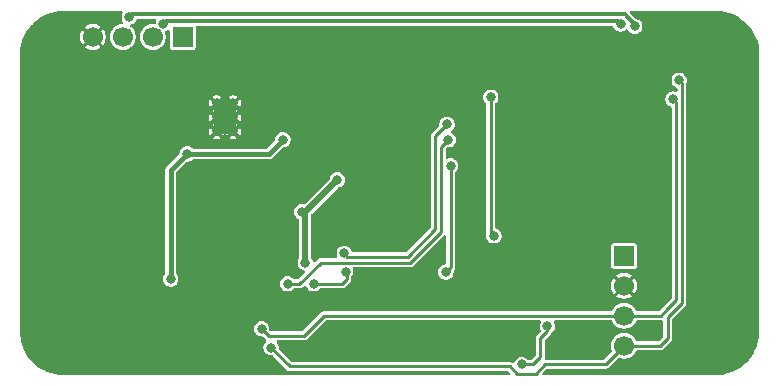
<source format=gbr>
%TF.GenerationSoftware,KiCad,Pcbnew,9.0.6-9.0.6~ubuntu22.04.1*%
%TF.CreationDate,2026-01-04T01:52:07+05:30*%
%TF.ProjectId,WLM_NODE1,574c4d5f-4e4f-4444-9531-2e6b69636164,rev?*%
%TF.SameCoordinates,Original*%
%TF.FileFunction,Copper,L2,Bot*%
%TF.FilePolarity,Positive*%
%FSLAX46Y46*%
G04 Gerber Fmt 4.6, Leading zero omitted, Abs format (unit mm)*
G04 Created by KiCad (PCBNEW 9.0.6-9.0.6~ubuntu22.04.1) date 2026-01-04 01:52:07*
%MOMM*%
%LPD*%
G01*
G04 APERTURE LIST*
%TA.AperFunction,ComponentPad*%
%ADD10C,0.800000*%
%TD*%
%TA.AperFunction,ComponentPad*%
%ADD11C,6.400000*%
%TD*%
%TA.AperFunction,HeatsinkPad*%
%ADD12C,0.800000*%
%TD*%
%TA.AperFunction,HeatsinkPad*%
%ADD13R,1.900000X2.900000*%
%TD*%
%TA.AperFunction,ComponentPad*%
%ADD14R,1.700000X1.700000*%
%TD*%
%TA.AperFunction,ComponentPad*%
%ADD15C,1.700000*%
%TD*%
%TA.AperFunction,ViaPad*%
%ADD16C,0.800000*%
%TD*%
%TA.AperFunction,Conductor*%
%ADD17C,0.300000*%
%TD*%
%TA.AperFunction,Conductor*%
%ADD18C,0.400000*%
%TD*%
%TA.AperFunction,Conductor*%
%ADD19C,0.250000*%
%TD*%
%TA.AperFunction,Conductor*%
%ADD20C,0.500000*%
%TD*%
G04 APERTURE END LIST*
D10*
%TO.P,H2,1,1*%
%TO.N,GND*%
X115400000Y-70700000D03*
X116102944Y-69002944D03*
X116102944Y-72397056D03*
X117800000Y-68300000D03*
D11*
X117800000Y-70700000D03*
D10*
X117800000Y-73100000D03*
X119497056Y-69002944D03*
X119497056Y-72397056D03*
X120200000Y-70700000D03*
%TD*%
D12*
%TO.P,U2,9,EPAD*%
%TO.N,GND*%
X130800000Y-64800000D03*
X130800000Y-66000000D03*
X130800000Y-67200000D03*
D13*
X131500000Y-66000000D03*
D12*
X132200000Y-64800000D03*
X132200000Y-66000000D03*
X132200000Y-67200000D03*
%TD*%
D10*
%TO.P,H1,1,1*%
%TO.N,GND*%
X170700000Y-84200000D03*
X171402944Y-82502944D03*
X171402944Y-85897056D03*
X173100000Y-81800000D03*
D11*
X173100000Y-84200000D03*
D10*
X173100000Y-86600000D03*
X174797056Y-82502944D03*
X174797056Y-85897056D03*
X175500000Y-84200000D03*
%TD*%
D14*
%TO.P,J5,1,Pin_1*%
%TO.N,/3.3V*%
X127920000Y-59200000D03*
D15*
%TO.P,J5,2,Pin_2*%
%TO.N,/TX*%
X125380000Y-59200000D03*
%TO.P,J5,3,Pin_3*%
%TO.N,/RX*%
X122840000Y-59200000D03*
%TO.P,J5,4,Pin_4*%
%TO.N,GND*%
X120300000Y-59200000D03*
%TD*%
D14*
%TO.P,J3,1,Pin_1*%
%TO.N,/3.3V*%
X165300000Y-77730000D03*
D15*
%TO.P,J3,2,Pin_2*%
%TO.N,GND*%
X165300000Y-80270000D03*
%TO.P,J3,3,Pin_3*%
%TO.N,/D1{slash}SDA*%
X165300000Y-82810000D03*
%TO.P,J3,4,Pin_4*%
%TO.N,/D2{slash}SCL*%
X165300000Y-85350000D03*
%TD*%
D10*
%TO.P,H3,1,1*%
%TO.N,GND*%
X170702944Y-60647056D03*
X171405888Y-58950000D03*
X171405888Y-62344112D03*
X173102944Y-58247056D03*
D11*
X173102944Y-60647056D03*
D10*
X173102944Y-63047056D03*
X174800000Y-58950000D03*
X174800000Y-62344112D03*
X175502944Y-60647056D03*
%TD*%
D16*
%TO.N,/SOLAR_PANNEL*%
X128300000Y-69100000D03*
X126900000Y-79700000D03*
X136400000Y-67900000D03*
%TO.N,GND*%
X137200000Y-85350000D03*
X163000000Y-84350000D03*
X136100000Y-65200000D03*
X139077298Y-84977298D03*
%TO.N,/BAT*%
X138000000Y-74000000D03*
X138300000Y-78300000D03*
X141000000Y-71300000D03*
%TO.N,/D2{slash}SCL*%
X169959559Y-62870038D03*
X135400000Y-85500000D03*
%TO.N,/D3{slash}TRIG*%
X150400000Y-67900000D03*
X136800000Y-80100000D03*
%TO.N,/D1{slash}SDA*%
X134600000Y-83900000D03*
X169425001Y-64462131D03*
%TO.N,/D4*%
X141706370Y-79074999D03*
X150300000Y-66600000D03*
X139000000Y-80100000D03*
X141600000Y-77525000D03*
%TO.N,/IN1{slash}ECHO*%
X158800000Y-83700000D03*
X156636198Y-86930186D03*
X154263603Y-76036397D03*
X154000000Y-64300000D03*
%TO.N,/TX*%
X126290000Y-58093975D03*
X165005025Y-58094975D03*
%TO.N,/RX*%
X123400000Y-57504745D03*
X166200000Y-58300000D03*
%TO.N,/MOS*%
X150200000Y-79100000D03*
X150600000Y-70100000D03*
%TO.N,GND*%
X141000000Y-72900000D03*
X145400000Y-73100000D03*
%TD*%
D17*
%TO.N,/TX*%
X126290000Y-58093975D02*
X126539000Y-57844975D01*
X126539000Y-57844975D02*
X164755025Y-57844975D01*
X164755025Y-57844975D02*
X165005025Y-58094975D01*
X126321433Y-58125408D02*
X126419998Y-58125408D01*
X126290000Y-58093975D02*
X126321433Y-58125408D01*
X126419998Y-58125408D02*
X126596406Y-57949000D01*
%TO.N,/RX*%
X123400000Y-57504745D02*
X123610770Y-57293975D01*
X123610770Y-57293975D02*
X165336811Y-57293975D01*
X165336811Y-57293975D02*
X166200000Y-58157164D01*
X166200000Y-58157164D02*
X166200000Y-58300000D01*
D18*
%TO.N,/SOLAR_PANNEL*%
X128300000Y-69100000D02*
X126900000Y-70500000D01*
X135200000Y-69100000D02*
X136400000Y-67900000D01*
X126900000Y-70500000D02*
X126900000Y-79700000D01*
X128300000Y-69100000D02*
X135200000Y-69100000D01*
D19*
%TO.N,GND*%
X139077298Y-84977298D02*
X138201591Y-85853005D01*
X138201591Y-85853005D02*
X137653004Y-85853005D01*
X137200000Y-85350000D02*
X137200000Y-85400001D01*
X137200000Y-85400001D02*
X137653004Y-85853005D01*
D20*
%TO.N,/BAT*%
X138300000Y-74300000D02*
X138000000Y-74000000D01*
X138300000Y-75500000D02*
X138300000Y-74300000D01*
X138300000Y-74000000D02*
X141000000Y-71300000D01*
X138300000Y-78300000D02*
X138300000Y-75500000D01*
X138300000Y-75500000D02*
X138300000Y-74000000D01*
D19*
%TO.N,/D2{slash}SCL*%
X135400000Y-85500000D02*
X137000000Y-87100000D01*
X170200000Y-63110479D02*
X170200000Y-81700000D01*
X168350000Y-85350000D02*
X165300000Y-85350000D01*
X170200000Y-81700000D02*
X169000000Y-82900000D01*
X155600000Y-87100000D02*
X156206186Y-87706186D01*
X158600000Y-86900000D02*
X163750000Y-86900000D01*
X169959559Y-62870038D02*
X170200000Y-63110479D01*
X137000000Y-87100000D02*
X155600000Y-87100000D01*
X157793814Y-87706186D02*
X158600000Y-86900000D01*
X169000000Y-82900000D02*
X169000000Y-84700000D01*
X163750000Y-86900000D02*
X165300000Y-85350000D01*
X169000000Y-84700000D02*
X168350000Y-85350000D01*
X156206186Y-87706186D02*
X157793814Y-87706186D01*
%TO.N,/D3{slash}TRIG*%
X139600000Y-78300000D02*
X137800000Y-80100000D01*
X150400000Y-67900000D02*
X149800000Y-68500000D01*
X147200000Y-78300000D02*
X139600000Y-78300000D01*
X149800000Y-75700000D02*
X147200000Y-78300000D01*
X137800000Y-80100000D02*
X136800000Y-80100000D01*
X149800000Y-68500000D02*
X149800000Y-75700000D01*
%TO.N,/D1{slash}SDA*%
X169699000Y-81492480D02*
X169699000Y-80900000D01*
X135200000Y-84500000D02*
X138200000Y-84500000D01*
X134600000Y-83900000D02*
X135200000Y-84500000D01*
X168381479Y-82810000D02*
X168945740Y-82245740D01*
X139890000Y-82810000D02*
X165300000Y-82810000D01*
X168945740Y-82245740D02*
X169699000Y-81492480D01*
X138200000Y-84500000D02*
X139890000Y-82810000D01*
X169699000Y-80900000D02*
X169699000Y-64736130D01*
X165300000Y-82810000D02*
X168381479Y-82810000D01*
X169699000Y-64736130D02*
X169425001Y-64462131D01*
%TO.N,/D4*%
X141200000Y-80100000D02*
X139000000Y-80100000D01*
X146992480Y-77799000D02*
X149299000Y-75492480D01*
X141706370Y-79074999D02*
X141800000Y-79168629D01*
X141400000Y-80100000D02*
X141200000Y-80100000D01*
X141800000Y-79700000D02*
X141400000Y-80100000D01*
X149299000Y-67601000D02*
X150300000Y-66600000D01*
X141874000Y-77799000D02*
X146992480Y-77799000D01*
X141800000Y-79168629D02*
X141800000Y-79700000D01*
X141600000Y-77525000D02*
X141874000Y-77799000D01*
X149299000Y-75492480D02*
X149299000Y-67601000D01*
%TO.N,/IN1{slash}ECHO*%
X154000000Y-75772794D02*
X154263603Y-76036397D01*
X157569814Y-86930186D02*
X158200000Y-86300000D01*
X156636198Y-86930186D02*
X157569814Y-86930186D01*
X158800000Y-84100000D02*
X158800000Y-83700000D01*
X158200000Y-86300000D02*
X158200000Y-84700000D01*
X154000000Y-64300000D02*
X154000000Y-75772794D01*
X158200000Y-84700000D02*
X158800000Y-84100000D01*
%TO.N,/MOS*%
X150600000Y-70100000D02*
X150600000Y-78700000D01*
X150600000Y-78700000D02*
X150200000Y-79100000D01*
%TD*%
%TA.AperFunction,Conductor*%
%TO.N,GND*%
G36*
X122726822Y-56994190D02*
G01*
X122793857Y-57013883D01*
X122839605Y-57066693D01*
X122849540Y-57135852D01*
X122829909Y-57187077D01*
X122823538Y-57196612D01*
X122823533Y-57196620D01*
X122774499Y-57315000D01*
X122774497Y-57315006D01*
X122749500Y-57440673D01*
X122749500Y-57440676D01*
X122749500Y-57568814D01*
X122749500Y-57568816D01*
X122749499Y-57568816D01*
X122774497Y-57694483D01*
X122774499Y-57694489D01*
X122823533Y-57812869D01*
X122823538Y-57812878D01*
X122886168Y-57906609D01*
X122907046Y-57973286D01*
X122888562Y-58040666D01*
X122836583Y-58087357D01*
X122783066Y-58099500D01*
X122753389Y-58099500D01*
X122727181Y-58103651D01*
X122582302Y-58126597D01*
X122417552Y-58180128D01*
X122263211Y-58258768D01*
X122211720Y-58296179D01*
X122123072Y-58360586D01*
X122123070Y-58360588D01*
X122123069Y-58360588D01*
X122000588Y-58483069D01*
X122000588Y-58483070D01*
X122000586Y-58483072D01*
X121981278Y-58509647D01*
X121898768Y-58623211D01*
X121820128Y-58777552D01*
X121766597Y-58942302D01*
X121739500Y-59113389D01*
X121739500Y-59286610D01*
X121759380Y-59412132D01*
X121766598Y-59457701D01*
X121820127Y-59622445D01*
X121898768Y-59776788D01*
X122000586Y-59916928D01*
X122123072Y-60039414D01*
X122263212Y-60141232D01*
X122417555Y-60219873D01*
X122582299Y-60273402D01*
X122753389Y-60300500D01*
X122753390Y-60300500D01*
X122926610Y-60300500D01*
X122926611Y-60300500D01*
X123097701Y-60273402D01*
X123262445Y-60219873D01*
X123416788Y-60141232D01*
X123556928Y-60039414D01*
X123679414Y-59916928D01*
X123781232Y-59776788D01*
X123859873Y-59622445D01*
X123913402Y-59457701D01*
X123940500Y-59286611D01*
X123940500Y-59113389D01*
X123913402Y-58942299D01*
X123859873Y-58777555D01*
X123781232Y-58623212D01*
X123679414Y-58483072D01*
X123556928Y-58360586D01*
X123544430Y-58351506D01*
X123501767Y-58296179D01*
X123495788Y-58226566D01*
X123528393Y-58164770D01*
X123584275Y-58133212D01*
X123583912Y-58132015D01*
X123589734Y-58130247D01*
X123589744Y-58130246D01*
X123708127Y-58081210D01*
X123814669Y-58010021D01*
X123905276Y-57919414D01*
X123976465Y-57812872D01*
X123993800Y-57771022D01*
X124037641Y-57716619D01*
X124103935Y-57694554D01*
X124108361Y-57694475D01*
X125565804Y-57694475D01*
X125589575Y-57701455D01*
X125614184Y-57704303D01*
X125622512Y-57711126D01*
X125632843Y-57714160D01*
X125649064Y-57732880D01*
X125668230Y-57748583D01*
X125671547Y-57758827D01*
X125678598Y-57766964D01*
X125682123Y-57791483D01*
X125689757Y-57815054D01*
X125687371Y-57827978D01*
X125688542Y-57836122D01*
X125685700Y-57850114D01*
X125683566Y-57858196D01*
X125664499Y-57904231D01*
X125643312Y-58010738D01*
X125642337Y-58014436D01*
X125626165Y-58041194D01*
X125611673Y-58068900D01*
X125608240Y-58070854D01*
X125606198Y-58074234D01*
X125578135Y-58087997D01*
X125550957Y-58103474D01*
X125546218Y-58103651D01*
X125543467Y-58105001D01*
X125535334Y-58104059D01*
X125503046Y-58105270D01*
X125466611Y-58099500D01*
X125293389Y-58099500D01*
X125267181Y-58103651D01*
X125122302Y-58126597D01*
X124957552Y-58180128D01*
X124803211Y-58258768D01*
X124751720Y-58296179D01*
X124663072Y-58360586D01*
X124663070Y-58360588D01*
X124663069Y-58360588D01*
X124540588Y-58483069D01*
X124540588Y-58483070D01*
X124540586Y-58483072D01*
X124521278Y-58509647D01*
X124438768Y-58623211D01*
X124360128Y-58777552D01*
X124306597Y-58942302D01*
X124279500Y-59113389D01*
X124279500Y-59286610D01*
X124299380Y-59412132D01*
X124306598Y-59457701D01*
X124360127Y-59622445D01*
X124438768Y-59776788D01*
X124540586Y-59916928D01*
X124663072Y-60039414D01*
X124803212Y-60141232D01*
X124957555Y-60219873D01*
X125122299Y-60273402D01*
X125293389Y-60300500D01*
X125293390Y-60300500D01*
X125466610Y-60300500D01*
X125466611Y-60300500D01*
X125637701Y-60273402D01*
X125802445Y-60219873D01*
X125956788Y-60141232D01*
X126096928Y-60039414D01*
X126219414Y-59916928D01*
X126321232Y-59776788D01*
X126399873Y-59622445D01*
X126453402Y-59457701D01*
X126480500Y-59286611D01*
X126480500Y-59113389D01*
X126453402Y-58942299D01*
X126428134Y-58864535D01*
X126428117Y-58863922D01*
X126427775Y-58863411D01*
X126427121Y-58829053D01*
X126426140Y-58794698D01*
X126426457Y-58794171D01*
X126426446Y-58793554D01*
X126444499Y-58764252D01*
X126462220Y-58734865D01*
X126462880Y-58734418D01*
X126463096Y-58734068D01*
X126467546Y-58731259D01*
X126492419Y-58714426D01*
X126495467Y-58712962D01*
X126598127Y-58670440D01*
X126633920Y-58646523D01*
X126641853Y-58642717D01*
X126668000Y-58638448D01*
X126693285Y-58630531D01*
X126701946Y-58632906D01*
X126710810Y-58631460D01*
X126735114Y-58642005D01*
X126760666Y-58649015D01*
X126766667Y-58655696D01*
X126774906Y-58659271D01*
X126789650Y-58681282D01*
X126807356Y-58700993D01*
X126809662Y-58711156D01*
X126813791Y-58717320D01*
X126814040Y-58730452D01*
X126819500Y-58754511D01*
X126819500Y-60074678D01*
X126834032Y-60147735D01*
X126834033Y-60147739D01*
X126834034Y-60147740D01*
X126889399Y-60230601D01*
X126971359Y-60285364D01*
X126972260Y-60285966D01*
X126972264Y-60285967D01*
X127045321Y-60300499D01*
X127045324Y-60300500D01*
X127045326Y-60300500D01*
X128794676Y-60300500D01*
X128794677Y-60300499D01*
X128867740Y-60285966D01*
X128950601Y-60230601D01*
X129005966Y-60147740D01*
X129020500Y-60074674D01*
X129020500Y-58369475D01*
X129040185Y-58302436D01*
X129092989Y-58256681D01*
X129144500Y-58245475D01*
X164280415Y-58245475D01*
X164347454Y-58265160D01*
X164393209Y-58317964D01*
X164394976Y-58322023D01*
X164428556Y-58403095D01*
X164428563Y-58403108D01*
X164499748Y-58509643D01*
X164499751Y-58509647D01*
X164590352Y-58600248D01*
X164590356Y-58600251D01*
X164696891Y-58671436D01*
X164696897Y-58671439D01*
X164696898Y-58671440D01*
X164815281Y-58720476D01*
X164815285Y-58720476D01*
X164815286Y-58720477D01*
X164940953Y-58745475D01*
X164940956Y-58745475D01*
X165069096Y-58745475D01*
X165153640Y-58728657D01*
X165194769Y-58720476D01*
X165313152Y-58671440D01*
X165419694Y-58600251D01*
X165431892Y-58588052D01*
X165493212Y-58554568D01*
X165562904Y-58559550D01*
X165618839Y-58601420D01*
X165622676Y-58606842D01*
X165694723Y-58714668D01*
X165694726Y-58714672D01*
X165785327Y-58805273D01*
X165785331Y-58805276D01*
X165891866Y-58876461D01*
X165891872Y-58876464D01*
X165891873Y-58876465D01*
X166010256Y-58925501D01*
X166010260Y-58925501D01*
X166010261Y-58925502D01*
X166135928Y-58950500D01*
X166135931Y-58950500D01*
X166264071Y-58950500D01*
X166368946Y-58929638D01*
X166389744Y-58925501D01*
X166508127Y-58876465D01*
X166614669Y-58805276D01*
X166705276Y-58714669D01*
X166776465Y-58608127D01*
X166825501Y-58489744D01*
X166837178Y-58431040D01*
X166850500Y-58364071D01*
X166850500Y-58235928D01*
X166825502Y-58110261D01*
X166825501Y-58110260D01*
X166825501Y-58110256D01*
X166776465Y-57991873D01*
X166776464Y-57991872D01*
X166776461Y-57991866D01*
X166705276Y-57885331D01*
X166705273Y-57885327D01*
X166614672Y-57794726D01*
X166614668Y-57794723D01*
X166508133Y-57723538D01*
X166508124Y-57723533D01*
X166389744Y-57674499D01*
X166389738Y-57674497D01*
X166294292Y-57655511D01*
X166232381Y-57623125D01*
X166230803Y-57621575D01*
X165820508Y-57211279D01*
X165787023Y-57149956D01*
X165792007Y-57080264D01*
X165833879Y-57024331D01*
X165899343Y-56999914D01*
X165908190Y-56999598D01*
X173052386Y-57000494D01*
X173052405Y-57000500D01*
X173096969Y-57000500D01*
X173103034Y-57000649D01*
X173451632Y-57017774D01*
X173463740Y-57018966D01*
X173805966Y-57069731D01*
X173817880Y-57072101D01*
X174153494Y-57156168D01*
X174165132Y-57159699D01*
X174490862Y-57276248D01*
X174502103Y-57280904D01*
X174689521Y-57369545D01*
X174814863Y-57428827D01*
X174825580Y-57434555D01*
X175116034Y-57608647D01*
X175122324Y-57612417D01*
X175132439Y-57619175D01*
X175393618Y-57812878D01*
X175410329Y-57825272D01*
X175419735Y-57832992D01*
X175676079Y-58065329D01*
X175684670Y-58073920D01*
X175758379Y-58155245D01*
X175917007Y-58330264D01*
X175924727Y-58339670D01*
X176130822Y-58617557D01*
X176137582Y-58627675D01*
X176169713Y-58681282D01*
X176314427Y-58922723D01*
X176315437Y-58924407D01*
X176321174Y-58935140D01*
X176469095Y-59247896D01*
X176473751Y-59259137D01*
X176590300Y-59584867D01*
X176593833Y-59596512D01*
X176677895Y-59932106D01*
X176680269Y-59944041D01*
X176731032Y-60286257D01*
X176732225Y-60298368D01*
X176749343Y-60646822D01*
X176749492Y-60653169D01*
X176699622Y-84142169D01*
X176699622Y-84142181D01*
X176699600Y-84152096D01*
X176699500Y-84152405D01*
X176699500Y-84197224D01*
X176699492Y-84197248D01*
X176699351Y-84203034D01*
X176682225Y-84551631D01*
X176681032Y-84563741D01*
X176630269Y-84905958D01*
X176627895Y-84917893D01*
X176543833Y-85253487D01*
X176540300Y-85265132D01*
X176423751Y-85590862D01*
X176419095Y-85602103D01*
X176271174Y-85914859D01*
X176265437Y-85925592D01*
X176087582Y-86222324D01*
X176080822Y-86232442D01*
X175874727Y-86510329D01*
X175867007Y-86519735D01*
X175634677Y-86776072D01*
X175626072Y-86784677D01*
X175369735Y-87017007D01*
X175360329Y-87024727D01*
X175082442Y-87230822D01*
X175072324Y-87237582D01*
X174775592Y-87415437D01*
X174764859Y-87421174D01*
X174452103Y-87569095D01*
X174440862Y-87573751D01*
X174115132Y-87690300D01*
X174103487Y-87693833D01*
X173767893Y-87777895D01*
X173755958Y-87780269D01*
X173413741Y-87831032D01*
X173401630Y-87832225D01*
X173053058Y-87849349D01*
X173046907Y-87849498D01*
X158488737Y-87841593D01*
X158421708Y-87821872D01*
X158375982Y-87769043D01*
X158366076Y-87699879D01*
X158395135Y-87636339D01*
X158401090Y-87629945D01*
X158719220Y-87311816D01*
X158780541Y-87278334D01*
X158806899Y-87275500D01*
X163799435Y-87275500D01*
X163799436Y-87275500D01*
X163847186Y-87262705D01*
X163894938Y-87249910D01*
X163980562Y-87200475D01*
X164050475Y-87130562D01*
X164773715Y-86407320D01*
X164835036Y-86373837D01*
X164899710Y-86377071D01*
X165042299Y-86423402D01*
X165213389Y-86450500D01*
X165213390Y-86450500D01*
X165386610Y-86450500D01*
X165386611Y-86450500D01*
X165557701Y-86423402D01*
X165722445Y-86369873D01*
X165876788Y-86291232D01*
X166016928Y-86189414D01*
X166139414Y-86066928D01*
X166241232Y-85926788D01*
X166309295Y-85793206D01*
X166357269Y-85742409D01*
X166419780Y-85725500D01*
X168399435Y-85725500D01*
X168399436Y-85725500D01*
X168447186Y-85712705D01*
X168494938Y-85699910D01*
X168580562Y-85650475D01*
X168650475Y-85580562D01*
X168650474Y-85580562D01*
X168709043Y-85521993D01*
X169300475Y-84930563D01*
X169349911Y-84844937D01*
X169375500Y-84749436D01*
X169375500Y-84650564D01*
X169375500Y-83106899D01*
X169395185Y-83039860D01*
X169411819Y-83019218D01*
X169921512Y-82509525D01*
X170500474Y-81930563D01*
X170500475Y-81930562D01*
X170549910Y-81844938D01*
X170575500Y-81749435D01*
X170575500Y-63107527D01*
X170583807Y-63065766D01*
X170583292Y-63065610D01*
X170584880Y-63060373D01*
X170584941Y-63060070D01*
X170585059Y-63059784D01*
X170585061Y-63059777D01*
X170610059Y-62934109D01*
X170610059Y-62805966D01*
X170585061Y-62680299D01*
X170585060Y-62680298D01*
X170585060Y-62680294D01*
X170536024Y-62561911D01*
X170536023Y-62561910D01*
X170536020Y-62561904D01*
X170464835Y-62455369D01*
X170464832Y-62455365D01*
X170374231Y-62364764D01*
X170374227Y-62364761D01*
X170267692Y-62293576D01*
X170267683Y-62293571D01*
X170149303Y-62244537D01*
X170149297Y-62244535D01*
X170023630Y-62219538D01*
X170023628Y-62219538D01*
X169895490Y-62219538D01*
X169895488Y-62219538D01*
X169769820Y-62244535D01*
X169769814Y-62244537D01*
X169651434Y-62293571D01*
X169651425Y-62293576D01*
X169544890Y-62364761D01*
X169544886Y-62364764D01*
X169454285Y-62455365D01*
X169454282Y-62455369D01*
X169383097Y-62561904D01*
X169383092Y-62561913D01*
X169334058Y-62680293D01*
X169334056Y-62680299D01*
X169309059Y-62805966D01*
X169309059Y-62805969D01*
X169309059Y-62934107D01*
X169309059Y-62934109D01*
X169309058Y-62934109D01*
X169334056Y-63059776D01*
X169334058Y-63059782D01*
X169383092Y-63178162D01*
X169383097Y-63178171D01*
X169454282Y-63284706D01*
X169454285Y-63284710D01*
X169544886Y-63375311D01*
X169544890Y-63375314D01*
X169651425Y-63446499D01*
X169651438Y-63446506D01*
X169747952Y-63486483D01*
X169763516Y-63499025D01*
X169781703Y-63507331D01*
X169790167Y-63520501D01*
X169802356Y-63530324D01*
X169808668Y-63549291D01*
X169819477Y-63566109D01*
X169823439Y-63593669D01*
X169824421Y-63596618D01*
X169824500Y-63601044D01*
X169824500Y-63737934D01*
X169804815Y-63804973D01*
X169752011Y-63850728D01*
X169682853Y-63860672D01*
X169653048Y-63852495D01*
X169614749Y-63836631D01*
X169614739Y-63836628D01*
X169489072Y-63811631D01*
X169489070Y-63811631D01*
X169360932Y-63811631D01*
X169360930Y-63811631D01*
X169235262Y-63836628D01*
X169235256Y-63836630D01*
X169116876Y-63885664D01*
X169116867Y-63885669D01*
X169010332Y-63956854D01*
X169010328Y-63956857D01*
X168919727Y-64047458D01*
X168919724Y-64047462D01*
X168848539Y-64153997D01*
X168848534Y-64154006D01*
X168799500Y-64272386D01*
X168799498Y-64272392D01*
X168774501Y-64398059D01*
X168774501Y-64398062D01*
X168774501Y-64526200D01*
X168774501Y-64526202D01*
X168774500Y-64526202D01*
X168799498Y-64651869D01*
X168799500Y-64651875D01*
X168848534Y-64770255D01*
X168848539Y-64770264D01*
X168919724Y-64876799D01*
X168919727Y-64876803D01*
X169010328Y-64967404D01*
X169010332Y-64967407D01*
X169116867Y-65038592D01*
X169116873Y-65038595D01*
X169116874Y-65038596D01*
X169235257Y-65087632D01*
X169235264Y-65087633D01*
X169235483Y-65087700D01*
X169235588Y-65087769D01*
X169240885Y-65089963D01*
X169240469Y-65090966D01*
X169293925Y-65125991D01*
X169322389Y-65189800D01*
X169323500Y-65206364D01*
X169323500Y-81285581D01*
X169303815Y-81352620D01*
X169287181Y-81373262D01*
X168715178Y-81945265D01*
X168262261Y-82398181D01*
X168200938Y-82431666D01*
X168174580Y-82434500D01*
X166419780Y-82434500D01*
X166352741Y-82414815D01*
X166309295Y-82366794D01*
X166241233Y-82233213D01*
X166225937Y-82212160D01*
X166139414Y-82093072D01*
X166016928Y-81970586D01*
X165876788Y-81868768D01*
X165722445Y-81790127D01*
X165557701Y-81736598D01*
X165557699Y-81736597D01*
X165557698Y-81736597D01*
X165426271Y-81715781D01*
X165386611Y-81709500D01*
X165213389Y-81709500D01*
X165173728Y-81715781D01*
X165042302Y-81736597D01*
X164877552Y-81790128D01*
X164723211Y-81868768D01*
X164643256Y-81926859D01*
X164583072Y-81970586D01*
X164583070Y-81970588D01*
X164583069Y-81970588D01*
X164460588Y-82093069D01*
X164460588Y-82093070D01*
X164460586Y-82093072D01*
X164429996Y-82135174D01*
X164358766Y-82233213D01*
X164290705Y-82366794D01*
X164242731Y-82417591D01*
X164180220Y-82434500D01*
X139840564Y-82434500D01*
X139792812Y-82447295D01*
X139792811Y-82447294D01*
X139745063Y-82460089D01*
X139745062Y-82460089D01*
X139659435Y-82509527D01*
X138080782Y-84088181D01*
X138019459Y-84121666D01*
X137993101Y-84124500D01*
X135406899Y-84124500D01*
X135377458Y-84115855D01*
X135347472Y-84109332D01*
X135342456Y-84105577D01*
X135339860Y-84104815D01*
X135319218Y-84088181D01*
X135286819Y-84055782D01*
X135253334Y-83994459D01*
X135250500Y-83968101D01*
X135250500Y-83835928D01*
X135225502Y-83710261D01*
X135225501Y-83710260D01*
X135225501Y-83710256D01*
X135176465Y-83591873D01*
X135176464Y-83591872D01*
X135176461Y-83591866D01*
X135105276Y-83485331D01*
X135105273Y-83485327D01*
X135014672Y-83394726D01*
X135014668Y-83394723D01*
X134908133Y-83323538D01*
X134908124Y-83323533D01*
X134789744Y-83274499D01*
X134789738Y-83274497D01*
X134664071Y-83249500D01*
X134664069Y-83249500D01*
X134535931Y-83249500D01*
X134535929Y-83249500D01*
X134410261Y-83274497D01*
X134410255Y-83274499D01*
X134291875Y-83323533D01*
X134291866Y-83323538D01*
X134185331Y-83394723D01*
X134185327Y-83394726D01*
X134094726Y-83485327D01*
X134094723Y-83485331D01*
X134023538Y-83591866D01*
X134023533Y-83591875D01*
X133974499Y-83710255D01*
X133974497Y-83710261D01*
X133949500Y-83835928D01*
X133949500Y-83835931D01*
X133949500Y-83964069D01*
X133949500Y-83964071D01*
X133949499Y-83964071D01*
X133974497Y-84089738D01*
X133974499Y-84089744D01*
X134023533Y-84208124D01*
X134023538Y-84208133D01*
X134094723Y-84314668D01*
X134094726Y-84314672D01*
X134185327Y-84405273D01*
X134185331Y-84405276D01*
X134291866Y-84476461D01*
X134291872Y-84476464D01*
X134291873Y-84476465D01*
X134410256Y-84525501D01*
X134410260Y-84525501D01*
X134410261Y-84525502D01*
X134535928Y-84550500D01*
X134668101Y-84550500D01*
X134735140Y-84570185D01*
X134755782Y-84586819D01*
X134969438Y-84800475D01*
X134975884Y-84805421D01*
X134973745Y-84808207D01*
X135010832Y-84846970D01*
X135024171Y-84915555D01*
X134998314Y-84980463D01*
X134988395Y-84991659D01*
X134894723Y-85085331D01*
X134823538Y-85191866D01*
X134823533Y-85191875D01*
X134774499Y-85310255D01*
X134774497Y-85310261D01*
X134749500Y-85435928D01*
X134749500Y-85435931D01*
X134749500Y-85564069D01*
X134749500Y-85564071D01*
X134749499Y-85564071D01*
X134774497Y-85689738D01*
X134774499Y-85689744D01*
X134823533Y-85808124D01*
X134823538Y-85808133D01*
X134894723Y-85914668D01*
X134894726Y-85914672D01*
X134985327Y-86005273D01*
X134985331Y-86005276D01*
X135091866Y-86076461D01*
X135091872Y-86076464D01*
X135091873Y-86076465D01*
X135210256Y-86125501D01*
X135210260Y-86125501D01*
X135210261Y-86125502D01*
X135335928Y-86150500D01*
X135468101Y-86150500D01*
X135535140Y-86170185D01*
X135555781Y-86186818D01*
X136769437Y-87400475D01*
X136855063Y-87449911D01*
X136950564Y-87475500D01*
X136950565Y-87475500D01*
X155393101Y-87475500D01*
X155422541Y-87484144D01*
X155452528Y-87490668D01*
X155457543Y-87494422D01*
X155460140Y-87495185D01*
X155480782Y-87511819D01*
X155597257Y-87628294D01*
X155630742Y-87689617D01*
X155625758Y-87759309D01*
X155583886Y-87815242D01*
X155518422Y-87839659D01*
X155509509Y-87839975D01*
X117857476Y-87819530D01*
X117857093Y-87819500D01*
X117847600Y-87819500D01*
X117803064Y-87819500D01*
X117796980Y-87819351D01*
X117448373Y-87802225D01*
X117436263Y-87801032D01*
X117094048Y-87750270D01*
X117082113Y-87747896D01*
X116746514Y-87663833D01*
X116734869Y-87660301D01*
X116409131Y-87543750D01*
X116397902Y-87539099D01*
X116148570Y-87421174D01*
X116085138Y-87391173D01*
X116074415Y-87385440D01*
X115777678Y-87207584D01*
X115767560Y-87200824D01*
X115489672Y-86994729D01*
X115480266Y-86987009D01*
X115404478Y-86918319D01*
X115223922Y-86754672D01*
X115215331Y-86746081D01*
X114982994Y-86489737D01*
X114975274Y-86480331D01*
X114769176Y-86202440D01*
X114762418Y-86192325D01*
X114760671Y-86189411D01*
X114584561Y-85895590D01*
X114578826Y-85884861D01*
X114430899Y-85572095D01*
X114426246Y-85560859D01*
X114309698Y-85235127D01*
X114306171Y-85223504D01*
X114226839Y-84906794D01*
X114222104Y-84887891D01*
X114219730Y-84875956D01*
X114198163Y-84730562D01*
X114168966Y-84533738D01*
X114167774Y-84521632D01*
X114150652Y-84173114D01*
X114150504Y-84167108D01*
X114150503Y-79764071D01*
X126249499Y-79764071D01*
X126274497Y-79889738D01*
X126274499Y-79889744D01*
X126323533Y-80008124D01*
X126323538Y-80008133D01*
X126394723Y-80114668D01*
X126394726Y-80114672D01*
X126485327Y-80205273D01*
X126485331Y-80205276D01*
X126591866Y-80276461D01*
X126591872Y-80276464D01*
X126591873Y-80276465D01*
X126710256Y-80325501D01*
X126710260Y-80325501D01*
X126710261Y-80325502D01*
X126835928Y-80350500D01*
X126835931Y-80350500D01*
X126964071Y-80350500D01*
X127064301Y-80330562D01*
X127089744Y-80325501D01*
X127208127Y-80276465D01*
X127314669Y-80205276D01*
X127355874Y-80164071D01*
X136149499Y-80164071D01*
X136174497Y-80289738D01*
X136174499Y-80289744D01*
X136223533Y-80408124D01*
X136223538Y-80408133D01*
X136294723Y-80514668D01*
X136294726Y-80514672D01*
X136385327Y-80605273D01*
X136385331Y-80605276D01*
X136491866Y-80676461D01*
X136491872Y-80676464D01*
X136491873Y-80676465D01*
X136610256Y-80725501D01*
X136610260Y-80725501D01*
X136610261Y-80725502D01*
X136735928Y-80750500D01*
X136735931Y-80750500D01*
X136864071Y-80750500D01*
X136948615Y-80733682D01*
X136989744Y-80725501D01*
X137108127Y-80676465D01*
X137214669Y-80605276D01*
X137242938Y-80577007D01*
X137308127Y-80511819D01*
X137369450Y-80478334D01*
X137395808Y-80475500D01*
X137849435Y-80475500D01*
X137849436Y-80475500D01*
X137897186Y-80462705D01*
X137944938Y-80449910D01*
X138030562Y-80400475D01*
X138100475Y-80330562D01*
X138174973Y-80256063D01*
X138236292Y-80222581D01*
X138305984Y-80227565D01*
X138361918Y-80269436D01*
X138377212Y-80296294D01*
X138423533Y-80408124D01*
X138423538Y-80408133D01*
X138494723Y-80514668D01*
X138494726Y-80514672D01*
X138585327Y-80605273D01*
X138585331Y-80605276D01*
X138691866Y-80676461D01*
X138691872Y-80676464D01*
X138691873Y-80676465D01*
X138810256Y-80725501D01*
X138810260Y-80725501D01*
X138810261Y-80725502D01*
X138935928Y-80750500D01*
X138935931Y-80750500D01*
X139064071Y-80750500D01*
X139148615Y-80733682D01*
X139189744Y-80725501D01*
X139308127Y-80676465D01*
X139414669Y-80605276D01*
X139442938Y-80577007D01*
X139508127Y-80511819D01*
X139569450Y-80478334D01*
X139595808Y-80475500D01*
X141449435Y-80475500D01*
X141449436Y-80475500D01*
X141497186Y-80462705D01*
X141544938Y-80449910D01*
X141630562Y-80400475D01*
X141700475Y-80330562D01*
X141847609Y-80183428D01*
X164200000Y-80183428D01*
X164200000Y-80356571D01*
X164227085Y-80527584D01*
X164280591Y-80692257D01*
X164359198Y-80846528D01*
X164423219Y-80934646D01*
X164423220Y-80934647D01*
X164856329Y-80501538D01*
X164899901Y-80577007D01*
X164992993Y-80670099D01*
X165068460Y-80713670D01*
X164635351Y-81146778D01*
X164635352Y-81146780D01*
X164723471Y-81210801D01*
X164877742Y-81289408D01*
X165042415Y-81342914D01*
X165213429Y-81370000D01*
X165386571Y-81370000D01*
X165557584Y-81342914D01*
X165722257Y-81289408D01*
X165876525Y-81210803D01*
X165964646Y-81146778D01*
X165964647Y-81146778D01*
X165531539Y-80713670D01*
X165607007Y-80670099D01*
X165700099Y-80577007D01*
X165743670Y-80501538D01*
X166176778Y-80934647D01*
X166176778Y-80934646D01*
X166240803Y-80846525D01*
X166319408Y-80692257D01*
X166372914Y-80527584D01*
X166400000Y-80356571D01*
X166400000Y-80183428D01*
X166372914Y-80012415D01*
X166319408Y-79847742D01*
X166240801Y-79693471D01*
X166176780Y-79605352D01*
X166176778Y-79605351D01*
X165743670Y-80038460D01*
X165700099Y-79962993D01*
X165607007Y-79869901D01*
X165531538Y-79826329D01*
X165964647Y-79393220D01*
X165964646Y-79393219D01*
X165876528Y-79329198D01*
X165722257Y-79250591D01*
X165557584Y-79197085D01*
X165386571Y-79170000D01*
X165213429Y-79170000D01*
X165042415Y-79197085D01*
X164877742Y-79250591D01*
X164723478Y-79329194D01*
X164635352Y-79393220D01*
X165068461Y-79826329D01*
X164992993Y-79869901D01*
X164899901Y-79962993D01*
X164856329Y-80038461D01*
X164423220Y-79605352D01*
X164359194Y-79693478D01*
X164280591Y-79847742D01*
X164227085Y-80012415D01*
X164200000Y-80183428D01*
X141847609Y-80183428D01*
X142100474Y-79930563D01*
X142100475Y-79930562D01*
X142149910Y-79844938D01*
X142175215Y-79750500D01*
X142175500Y-79749436D01*
X142175500Y-79650564D01*
X142175500Y-79577176D01*
X142195185Y-79510137D01*
X142207843Y-79494429D01*
X142207781Y-79494378D01*
X142211643Y-79489671D01*
X142211646Y-79489668D01*
X142282835Y-79383126D01*
X142331871Y-79264743D01*
X142343646Y-79205550D01*
X142356870Y-79139070D01*
X142356870Y-79010927D01*
X142331872Y-78885260D01*
X142331871Y-78885259D01*
X142331871Y-78885255D01*
X142331869Y-78885250D01*
X142316006Y-78846952D01*
X142308537Y-78777482D01*
X142339813Y-78715003D01*
X142399902Y-78679352D01*
X142430567Y-78675500D01*
X147249435Y-78675500D01*
X147249436Y-78675500D01*
X147294086Y-78663535D01*
X147306051Y-78660330D01*
X147323195Y-78655735D01*
X147344938Y-78649910D01*
X147430562Y-78600475D01*
X147500475Y-78530562D01*
X150012819Y-76018218D01*
X150074142Y-75984733D01*
X150143834Y-75989717D01*
X150199767Y-76031589D01*
X150224184Y-76097053D01*
X150224500Y-76105899D01*
X150224500Y-78330118D01*
X150204815Y-78397157D01*
X150152011Y-78442912D01*
X150124692Y-78451735D01*
X150010261Y-78474497D01*
X150010255Y-78474499D01*
X149891875Y-78523533D01*
X149891866Y-78523538D01*
X149785331Y-78594723D01*
X149785327Y-78594726D01*
X149694726Y-78685327D01*
X149694723Y-78685331D01*
X149623538Y-78791866D01*
X149623533Y-78791875D01*
X149574499Y-78910255D01*
X149574497Y-78910261D01*
X149549500Y-79035928D01*
X149549500Y-79035931D01*
X149549500Y-79164069D01*
X149549500Y-79164071D01*
X149549499Y-79164071D01*
X149574497Y-79289738D01*
X149574499Y-79289744D01*
X149623533Y-79408124D01*
X149623538Y-79408133D01*
X149694723Y-79514668D01*
X149694726Y-79514672D01*
X149785327Y-79605273D01*
X149785331Y-79605276D01*
X149891866Y-79676461D01*
X149891872Y-79676464D01*
X149891873Y-79676465D01*
X150010256Y-79725501D01*
X150010260Y-79725501D01*
X150010261Y-79725502D01*
X150135928Y-79750500D01*
X150135931Y-79750500D01*
X150264071Y-79750500D01*
X150348615Y-79733682D01*
X150389744Y-79725501D01*
X150508127Y-79676465D01*
X150614669Y-79605276D01*
X150705276Y-79514669D01*
X150776465Y-79408127D01*
X150825501Y-79289744D01*
X150847492Y-79179192D01*
X150850500Y-79164071D01*
X150850500Y-79031899D01*
X150870185Y-78964860D01*
X150886822Y-78944215D01*
X150900466Y-78930571D01*
X150900466Y-78930570D01*
X150900474Y-78930563D01*
X150900475Y-78930562D01*
X150949910Y-78844938D01*
X150970828Y-78766872D01*
X150975500Y-78749436D01*
X150975500Y-78650564D01*
X150975500Y-76855321D01*
X164199500Y-76855321D01*
X164199500Y-78604678D01*
X164214032Y-78677735D01*
X164214033Y-78677739D01*
X164214034Y-78677740D01*
X164269399Y-78760601D01*
X164316202Y-78791873D01*
X164352260Y-78815966D01*
X164352264Y-78815967D01*
X164425321Y-78830499D01*
X164425324Y-78830500D01*
X164425326Y-78830500D01*
X166174676Y-78830500D01*
X166174677Y-78830499D01*
X166247740Y-78815966D01*
X166330601Y-78760601D01*
X166385966Y-78677740D01*
X166400500Y-78604674D01*
X166400500Y-76855326D01*
X166400500Y-76855323D01*
X166400499Y-76855321D01*
X166385967Y-76782264D01*
X166385966Y-76782260D01*
X166330601Y-76699399D01*
X166247740Y-76644034D01*
X166247739Y-76644033D01*
X166247735Y-76644032D01*
X166174677Y-76629500D01*
X166174674Y-76629500D01*
X164425326Y-76629500D01*
X164425323Y-76629500D01*
X164352264Y-76644032D01*
X164352260Y-76644033D01*
X164269399Y-76699399D01*
X164214033Y-76782260D01*
X164214032Y-76782264D01*
X164199500Y-76855321D01*
X150975500Y-76855321D01*
X150975500Y-70695807D01*
X150995185Y-70628768D01*
X151011819Y-70608125D01*
X151014665Y-70605278D01*
X151014669Y-70605276D01*
X151105276Y-70514669D01*
X151176465Y-70408127D01*
X151225501Y-70289744D01*
X151238701Y-70223386D01*
X151250500Y-70164071D01*
X151250500Y-70035928D01*
X151225502Y-69910261D01*
X151225501Y-69910260D01*
X151225501Y-69910256D01*
X151176465Y-69791873D01*
X151176464Y-69791872D01*
X151176461Y-69791866D01*
X151105276Y-69685331D01*
X151105273Y-69685327D01*
X151014672Y-69594726D01*
X151014668Y-69594723D01*
X150908133Y-69523538D01*
X150908124Y-69523533D01*
X150789744Y-69474499D01*
X150789738Y-69474497D01*
X150664071Y-69449500D01*
X150664069Y-69449500D01*
X150535931Y-69449500D01*
X150535929Y-69449500D01*
X150410261Y-69474497D01*
X150410255Y-69474499D01*
X150346953Y-69500720D01*
X150277483Y-69508189D01*
X150215004Y-69476914D01*
X150179352Y-69416825D01*
X150175500Y-69386159D01*
X150175500Y-68706899D01*
X150184144Y-68677458D01*
X150190668Y-68647472D01*
X150194422Y-68642456D01*
X150195185Y-68639860D01*
X150211819Y-68619218D01*
X150244218Y-68586819D01*
X150305541Y-68553334D01*
X150331899Y-68550500D01*
X150464071Y-68550500D01*
X150548615Y-68533682D01*
X150589744Y-68525501D01*
X150708127Y-68476465D01*
X150814669Y-68405276D01*
X150905276Y-68314669D01*
X150976465Y-68208127D01*
X151025501Y-68089744D01*
X151033682Y-68048615D01*
X151050500Y-67964071D01*
X151050500Y-67835928D01*
X151025502Y-67710261D01*
X151025501Y-67710260D01*
X151025501Y-67710256D01*
X150976465Y-67591873D01*
X150976464Y-67591872D01*
X150976461Y-67591866D01*
X150905276Y-67485331D01*
X150905273Y-67485327D01*
X150814672Y-67394726D01*
X150814668Y-67394723D01*
X150703062Y-67320150D01*
X150704533Y-67317947D01*
X150662880Y-67277011D01*
X150647436Y-67208869D01*
X150671283Y-67143195D01*
X150702303Y-67113538D01*
X150714669Y-67105276D01*
X150805276Y-67014669D01*
X150876465Y-66908127D01*
X150925501Y-66789744D01*
X150941310Y-66710271D01*
X150950500Y-66664071D01*
X150950500Y-66535928D01*
X150925502Y-66410261D01*
X150925501Y-66410260D01*
X150925501Y-66410256D01*
X150876465Y-66291873D01*
X150876464Y-66291872D01*
X150876461Y-66291866D01*
X150805276Y-66185331D01*
X150805273Y-66185327D01*
X150714672Y-66094726D01*
X150714668Y-66094723D01*
X150608133Y-66023538D01*
X150608124Y-66023533D01*
X150489744Y-65974499D01*
X150489738Y-65974497D01*
X150364071Y-65949500D01*
X150364069Y-65949500D01*
X150235931Y-65949500D01*
X150235929Y-65949500D01*
X150110261Y-65974497D01*
X150110255Y-65974499D01*
X149991875Y-66023533D01*
X149991866Y-66023538D01*
X149885331Y-66094723D01*
X149885327Y-66094726D01*
X149794726Y-66185327D01*
X149794723Y-66185331D01*
X149723538Y-66291866D01*
X149723533Y-66291875D01*
X149674499Y-66410255D01*
X149674497Y-66410261D01*
X149649500Y-66535928D01*
X149649500Y-66668099D01*
X149629815Y-66735138D01*
X149613181Y-66755780D01*
X149068438Y-67300525D01*
X148998526Y-67370436D01*
X148949091Y-67456059D01*
X148949091Y-67456060D01*
X148949090Y-67456062D01*
X148923500Y-67551565D01*
X148923500Y-67551567D01*
X148923500Y-75285580D01*
X148903815Y-75352619D01*
X148887181Y-75373261D01*
X146873262Y-77387181D01*
X146811939Y-77420666D01*
X146785581Y-77423500D01*
X142344234Y-77423500D01*
X142277195Y-77403815D01*
X142231440Y-77351011D01*
X142225573Y-77335495D01*
X142225503Y-77335266D01*
X142225501Y-77335256D01*
X142176465Y-77216873D01*
X142176464Y-77216872D01*
X142176461Y-77216866D01*
X142105276Y-77110331D01*
X142105273Y-77110327D01*
X142014672Y-77019726D01*
X142014668Y-77019723D01*
X141908133Y-76948538D01*
X141908124Y-76948533D01*
X141789744Y-76899499D01*
X141789738Y-76899497D01*
X141664071Y-76874500D01*
X141664069Y-76874500D01*
X141535931Y-76874500D01*
X141535929Y-76874500D01*
X141410261Y-76899497D01*
X141410255Y-76899499D01*
X141291875Y-76948533D01*
X141291866Y-76948538D01*
X141185331Y-77019723D01*
X141185327Y-77019726D01*
X141094726Y-77110327D01*
X141094723Y-77110331D01*
X141023538Y-77216866D01*
X141023533Y-77216875D01*
X140974499Y-77335255D01*
X140974497Y-77335261D01*
X140949500Y-77460928D01*
X140949500Y-77460931D01*
X140949500Y-77589069D01*
X140949500Y-77589071D01*
X140949499Y-77589071D01*
X140974497Y-77714738D01*
X140974499Y-77714744D01*
X140990365Y-77753047D01*
X140997834Y-77822516D01*
X140966559Y-77884996D01*
X140906470Y-77920648D01*
X140875804Y-77924500D01*
X139550564Y-77924500D01*
X139502812Y-77937295D01*
X139502811Y-77937294D01*
X139455063Y-77950089D01*
X139455062Y-77950089D01*
X139394875Y-77984838D01*
X139369438Y-77999525D01*
X139369437Y-77999526D01*
X139258708Y-78110255D01*
X139144823Y-78224139D01*
X139083500Y-78257623D01*
X139013808Y-78252639D01*
X138957875Y-78210767D01*
X138935525Y-78160648D01*
X138925502Y-78110263D01*
X138925502Y-78110261D01*
X138925501Y-78110256D01*
X138887574Y-78018692D01*
X138876466Y-77991875D01*
X138876458Y-77991861D01*
X138821398Y-77909457D01*
X138800520Y-77842780D01*
X138800500Y-77840567D01*
X138800500Y-74258676D01*
X138820185Y-74191637D01*
X138836819Y-74170995D01*
X139675547Y-73332267D01*
X141029040Y-71978773D01*
X141090361Y-71945290D01*
X141092528Y-71944839D01*
X141093004Y-71944744D01*
X141189744Y-71925501D01*
X141308127Y-71876465D01*
X141414669Y-71805276D01*
X141505276Y-71714669D01*
X141576465Y-71608127D01*
X141625501Y-71489744D01*
X141650500Y-71364069D01*
X141650500Y-71235931D01*
X141650500Y-71235928D01*
X141625502Y-71110261D01*
X141625501Y-71110260D01*
X141625501Y-71110256D01*
X141576465Y-70991873D01*
X141576464Y-70991872D01*
X141576461Y-70991866D01*
X141505276Y-70885331D01*
X141505273Y-70885327D01*
X141414672Y-70794726D01*
X141414668Y-70794723D01*
X141308133Y-70723538D01*
X141308124Y-70723533D01*
X141189744Y-70674499D01*
X141189738Y-70674497D01*
X141064071Y-70649500D01*
X141064069Y-70649500D01*
X140935931Y-70649500D01*
X140935929Y-70649500D01*
X140810261Y-70674497D01*
X140810255Y-70674499D01*
X140691875Y-70723533D01*
X140691866Y-70723538D01*
X140585331Y-70794723D01*
X140585327Y-70794726D01*
X140494726Y-70885327D01*
X140494723Y-70885331D01*
X140423538Y-70991866D01*
X140423533Y-70991875D01*
X140374499Y-71110255D01*
X140374497Y-71110260D01*
X140355160Y-71207473D01*
X140322774Y-71269383D01*
X140321224Y-71270961D01*
X138259917Y-73332267D01*
X138198594Y-73365752D01*
X138148045Y-73366203D01*
X138064073Y-73349500D01*
X138064069Y-73349500D01*
X137935931Y-73349500D01*
X137935929Y-73349500D01*
X137810261Y-73374497D01*
X137810255Y-73374499D01*
X137691875Y-73423533D01*
X137691866Y-73423538D01*
X137585331Y-73494723D01*
X137585327Y-73494726D01*
X137494726Y-73585327D01*
X137494723Y-73585331D01*
X137423538Y-73691866D01*
X137423533Y-73691875D01*
X137374499Y-73810255D01*
X137374497Y-73810261D01*
X137349500Y-73935928D01*
X137349500Y-73935931D01*
X137349500Y-74064069D01*
X137349500Y-74064071D01*
X137349499Y-74064071D01*
X137374497Y-74189738D01*
X137374499Y-74189744D01*
X137423533Y-74308124D01*
X137423538Y-74308133D01*
X137494723Y-74414668D01*
X137494726Y-74414672D01*
X137585327Y-74505273D01*
X137585335Y-74505279D01*
X137691862Y-74576458D01*
X137691866Y-74576460D01*
X137691873Y-74576465D01*
X137722952Y-74589338D01*
X137777355Y-74633178D01*
X137799421Y-74699472D01*
X137799500Y-74703899D01*
X137799500Y-77840567D01*
X137779815Y-77907606D01*
X137778602Y-77909457D01*
X137723541Y-77991861D01*
X137723533Y-77991875D01*
X137674499Y-78110255D01*
X137674497Y-78110261D01*
X137649500Y-78235928D01*
X137649500Y-78235931D01*
X137649500Y-78364069D01*
X137649500Y-78364071D01*
X137649499Y-78364071D01*
X137674497Y-78489738D01*
X137674499Y-78489744D01*
X137723533Y-78608124D01*
X137723538Y-78608133D01*
X137794723Y-78714668D01*
X137794726Y-78714672D01*
X137885327Y-78805273D01*
X137885331Y-78805276D01*
X137991866Y-78876461D01*
X137991872Y-78876464D01*
X137991873Y-78876465D01*
X138110256Y-78925501D01*
X138147964Y-78933001D01*
X138160648Y-78935525D01*
X138222559Y-78967910D01*
X138257133Y-79028625D01*
X138253394Y-79098395D01*
X138224138Y-79144823D01*
X137680782Y-79688181D01*
X137653854Y-79702884D01*
X137628036Y-79719477D01*
X137621835Y-79720368D01*
X137619459Y-79721666D01*
X137593101Y-79724500D01*
X137395808Y-79724500D01*
X137328769Y-79704815D01*
X137308127Y-79688181D01*
X137214672Y-79594726D01*
X137214668Y-79594723D01*
X137108133Y-79523538D01*
X137108124Y-79523533D01*
X136989744Y-79474499D01*
X136989738Y-79474497D01*
X136864071Y-79449500D01*
X136864069Y-79449500D01*
X136735931Y-79449500D01*
X136735929Y-79449500D01*
X136610261Y-79474497D01*
X136610255Y-79474499D01*
X136491875Y-79523533D01*
X136491866Y-79523538D01*
X136385331Y-79594723D01*
X136385327Y-79594726D01*
X136294726Y-79685327D01*
X136294723Y-79685331D01*
X136223538Y-79791866D01*
X136223533Y-79791875D01*
X136174499Y-79910255D01*
X136174497Y-79910261D01*
X136149500Y-80035928D01*
X136149500Y-80035931D01*
X136149500Y-80164069D01*
X136149500Y-80164071D01*
X136149499Y-80164071D01*
X127355874Y-80164071D01*
X127405276Y-80114669D01*
X127476465Y-80008127D01*
X127525501Y-79889744D01*
X127544969Y-79791875D01*
X127550500Y-79764071D01*
X127550500Y-79635928D01*
X127525502Y-79510261D01*
X127525501Y-79510260D01*
X127525501Y-79510256D01*
X127483200Y-79408133D01*
X127476466Y-79391875D01*
X127476461Y-79391866D01*
X127405276Y-79285331D01*
X127405273Y-79285327D01*
X127386819Y-79266873D01*
X127353334Y-79205550D01*
X127350500Y-79179192D01*
X127350500Y-70737965D01*
X127370185Y-70670926D01*
X127386819Y-70650284D01*
X128250284Y-69786819D01*
X128311607Y-69753334D01*
X128337965Y-69750500D01*
X128364071Y-69750500D01*
X128448615Y-69733682D01*
X128489744Y-69725501D01*
X128608127Y-69676465D01*
X128714669Y-69605276D01*
X128715390Y-69604555D01*
X128733127Y-69586819D01*
X128794450Y-69553334D01*
X128820808Y-69550500D01*
X135259307Y-69550500D01*
X135259309Y-69550500D01*
X135352610Y-69525500D01*
X135373887Y-69519799D01*
X135476614Y-69460489D01*
X136350284Y-68586819D01*
X136411607Y-68553334D01*
X136437965Y-68550500D01*
X136464071Y-68550500D01*
X136548615Y-68533682D01*
X136589744Y-68525501D01*
X136708127Y-68476465D01*
X136814669Y-68405276D01*
X136905276Y-68314669D01*
X136976465Y-68208127D01*
X137025501Y-68089744D01*
X137033682Y-68048615D01*
X137050500Y-67964071D01*
X137050500Y-67835928D01*
X137025502Y-67710261D01*
X137025501Y-67710260D01*
X137025501Y-67710256D01*
X136976465Y-67591873D01*
X136976464Y-67591872D01*
X136976461Y-67591866D01*
X136905276Y-67485331D01*
X136905273Y-67485327D01*
X136814672Y-67394726D01*
X136814668Y-67394723D01*
X136708133Y-67323538D01*
X136708124Y-67323533D01*
X136589744Y-67274499D01*
X136589738Y-67274497D01*
X136464071Y-67249500D01*
X136464069Y-67249500D01*
X136335931Y-67249500D01*
X136335929Y-67249500D01*
X136210261Y-67274497D01*
X136210255Y-67274499D01*
X136091875Y-67323533D01*
X136091866Y-67323538D01*
X135985331Y-67394723D01*
X135985327Y-67394726D01*
X135894726Y-67485327D01*
X135894723Y-67485331D01*
X135823538Y-67591866D01*
X135823533Y-67591875D01*
X135774499Y-67710255D01*
X135774497Y-67710261D01*
X135749500Y-67835928D01*
X135749500Y-67862035D01*
X135729815Y-67929074D01*
X135713181Y-67949716D01*
X135049716Y-68613181D01*
X134988393Y-68646666D01*
X134962035Y-68649500D01*
X128820808Y-68649500D01*
X128753769Y-68629815D01*
X128733127Y-68613181D01*
X128714672Y-68594726D01*
X128714668Y-68594723D01*
X128608133Y-68523538D01*
X128608124Y-68523533D01*
X128489744Y-68474499D01*
X128489738Y-68474497D01*
X128364071Y-68449500D01*
X128364069Y-68449500D01*
X128235931Y-68449500D01*
X128235929Y-68449500D01*
X128110261Y-68474497D01*
X128110255Y-68474499D01*
X127991875Y-68523533D01*
X127991866Y-68523538D01*
X127885331Y-68594723D01*
X127885327Y-68594726D01*
X127794726Y-68685327D01*
X127794723Y-68685331D01*
X127723538Y-68791866D01*
X127723533Y-68791875D01*
X127674499Y-68910255D01*
X127674497Y-68910261D01*
X127649500Y-69035928D01*
X127649500Y-69062035D01*
X127629815Y-69129074D01*
X127613181Y-69149716D01*
X126539513Y-70223383D01*
X126539509Y-70223389D01*
X126480201Y-70326112D01*
X126480200Y-70326117D01*
X126449500Y-70440691D01*
X126449500Y-79179192D01*
X126429815Y-79246231D01*
X126413181Y-79266873D01*
X126394726Y-79285327D01*
X126394723Y-79285331D01*
X126323538Y-79391866D01*
X126323533Y-79391875D01*
X126274499Y-79510255D01*
X126274497Y-79510261D01*
X126249500Y-79635928D01*
X126249500Y-79635931D01*
X126249500Y-79764069D01*
X126249500Y-79764071D01*
X126249499Y-79764071D01*
X114150503Y-79764071D01*
X114150500Y-67753591D01*
X130458540Y-67753591D01*
X130492112Y-67776023D01*
X130610401Y-67825020D01*
X130610409Y-67825022D01*
X130735976Y-67849999D01*
X130735980Y-67850000D01*
X130864020Y-67850000D01*
X130864023Y-67849999D01*
X130989590Y-67825022D01*
X130989594Y-67825021D01*
X131107891Y-67776020D01*
X131107898Y-67776016D01*
X131141458Y-67753591D01*
X131858540Y-67753591D01*
X131892112Y-67776023D01*
X132010401Y-67825020D01*
X132010409Y-67825022D01*
X132135976Y-67849999D01*
X132135980Y-67850000D01*
X132264020Y-67850000D01*
X132264023Y-67849999D01*
X132389590Y-67825022D01*
X132389594Y-67825021D01*
X132507891Y-67776020D01*
X132507898Y-67776016D01*
X132541458Y-67753591D01*
X132541459Y-67753590D01*
X132200001Y-67412132D01*
X132200000Y-67412132D01*
X131858540Y-67753591D01*
X131141458Y-67753591D01*
X131141459Y-67753590D01*
X130800001Y-67412132D01*
X130800000Y-67412132D01*
X130458540Y-67753591D01*
X114150500Y-67753591D01*
X114150500Y-67135976D01*
X130150000Y-67135976D01*
X130150000Y-67264023D01*
X130174977Y-67389590D01*
X130174979Y-67389598D01*
X130223976Y-67507886D01*
X130223981Y-67507896D01*
X130246407Y-67541458D01*
X130246408Y-67541458D01*
X130587868Y-67200000D01*
X130587868Y-67199999D01*
X130553059Y-67165190D01*
X130625000Y-67165190D01*
X130625000Y-67234810D01*
X130651643Y-67299129D01*
X130700871Y-67348357D01*
X130765190Y-67375000D01*
X130834810Y-67375000D01*
X130899129Y-67348357D01*
X130948357Y-67299129D01*
X130975000Y-67234810D01*
X130975000Y-67199999D01*
X131012132Y-67199999D01*
X131012132Y-67200001D01*
X131353590Y-67541459D01*
X131353591Y-67541458D01*
X131376016Y-67507898D01*
X131376022Y-67507887D01*
X131385437Y-67485158D01*
X131429277Y-67430753D01*
X131495570Y-67408687D01*
X131563270Y-67425965D01*
X131610882Y-67477101D01*
X131614559Y-67485153D01*
X131623975Y-67507884D01*
X131623981Y-67507896D01*
X131646407Y-67541458D01*
X131646408Y-67541458D01*
X131987868Y-67200000D01*
X131987868Y-67199999D01*
X131953059Y-67165190D01*
X132025000Y-67165190D01*
X132025000Y-67234810D01*
X132051643Y-67299129D01*
X132100871Y-67348357D01*
X132165190Y-67375000D01*
X132234810Y-67375000D01*
X132299129Y-67348357D01*
X132348357Y-67299129D01*
X132375000Y-67234810D01*
X132375000Y-67199999D01*
X132412132Y-67199999D01*
X132412132Y-67200001D01*
X132753590Y-67541459D01*
X132753591Y-67541458D01*
X132776016Y-67507898D01*
X132776020Y-67507891D01*
X132825021Y-67389594D01*
X132825022Y-67389590D01*
X132849999Y-67264023D01*
X132850000Y-67264020D01*
X132850000Y-67135980D01*
X132849999Y-67135976D01*
X132825022Y-67010409D01*
X132825020Y-67010401D01*
X132776023Y-66892112D01*
X132753591Y-66858540D01*
X132412132Y-67199999D01*
X132375000Y-67199999D01*
X132375000Y-67165190D01*
X132348357Y-67100871D01*
X132299129Y-67051643D01*
X132234810Y-67025000D01*
X132165190Y-67025000D01*
X132100871Y-67051643D01*
X132051643Y-67100871D01*
X132025000Y-67165190D01*
X131953059Y-67165190D01*
X131646408Y-66858539D01*
X131646407Y-66858540D01*
X131623977Y-66892109D01*
X131623975Y-66892113D01*
X131614560Y-66914844D01*
X131570719Y-66969247D01*
X131504424Y-66991311D01*
X131436725Y-66974031D01*
X131389115Y-66922893D01*
X131385440Y-66914844D01*
X131376025Y-66892116D01*
X131376023Y-66892112D01*
X131353591Y-66858540D01*
X131012132Y-67199999D01*
X130975000Y-67199999D01*
X130975000Y-67165190D01*
X130948357Y-67100871D01*
X130899129Y-67051643D01*
X130834810Y-67025000D01*
X130765190Y-67025000D01*
X130700871Y-67051643D01*
X130651643Y-67100871D01*
X130625000Y-67165190D01*
X130553059Y-67165190D01*
X130246408Y-66858539D01*
X130246407Y-66858540D01*
X130223978Y-66892109D01*
X130174979Y-67010401D01*
X130174977Y-67010409D01*
X130150000Y-67135976D01*
X114150500Y-67135976D01*
X114150500Y-66646408D01*
X130458539Y-66646408D01*
X130800000Y-66987868D01*
X130800001Y-66987868D01*
X131141458Y-66646408D01*
X131858539Y-66646408D01*
X132200000Y-66987868D01*
X132200001Y-66987868D01*
X132541458Y-66646408D01*
X132538085Y-66612154D01*
X132538085Y-66587846D01*
X132541458Y-66553589D01*
X132200001Y-66212132D01*
X132200000Y-66212132D01*
X131858540Y-66553590D01*
X131861914Y-66587846D01*
X131861914Y-66612155D01*
X131858539Y-66646408D01*
X131141458Y-66646408D01*
X131138085Y-66612154D01*
X131138085Y-66587846D01*
X131141458Y-66553589D01*
X130800001Y-66212132D01*
X130800000Y-66212132D01*
X130458540Y-66553590D01*
X130461914Y-66587846D01*
X130461914Y-66612155D01*
X130458539Y-66646408D01*
X114150500Y-66646408D01*
X114150500Y-65935976D01*
X130150000Y-65935976D01*
X130150000Y-66064023D01*
X130174977Y-66189590D01*
X130174979Y-66189598D01*
X130223976Y-66307886D01*
X130223981Y-66307896D01*
X130246407Y-66341458D01*
X130246408Y-66341458D01*
X130587868Y-66000000D01*
X130587868Y-65999999D01*
X130553059Y-65965190D01*
X130625000Y-65965190D01*
X130625000Y-66034810D01*
X130651643Y-66099129D01*
X130700871Y-66148357D01*
X130765190Y-66175000D01*
X130834810Y-66175000D01*
X130899129Y-66148357D01*
X130948357Y-66099129D01*
X130975000Y-66034810D01*
X130975000Y-65999999D01*
X131012132Y-65999999D01*
X131012132Y-66000001D01*
X131353590Y-66341459D01*
X131353591Y-66341458D01*
X131376016Y-66307898D01*
X131376022Y-66307887D01*
X131385437Y-66285158D01*
X131429277Y-66230753D01*
X131495570Y-66208687D01*
X131563270Y-66225965D01*
X131610882Y-66277101D01*
X131614559Y-66285153D01*
X131623975Y-66307884D01*
X131623981Y-66307896D01*
X131646407Y-66341458D01*
X131646408Y-66341458D01*
X131987868Y-66000000D01*
X131987868Y-65999999D01*
X131953059Y-65965190D01*
X132025000Y-65965190D01*
X132025000Y-66034810D01*
X132051643Y-66099129D01*
X132100871Y-66148357D01*
X132165190Y-66175000D01*
X132234810Y-66175000D01*
X132299129Y-66148357D01*
X132348357Y-66099129D01*
X132375000Y-66034810D01*
X132375000Y-65999999D01*
X132412132Y-65999999D01*
X132412132Y-66000001D01*
X132753590Y-66341459D01*
X132753591Y-66341458D01*
X132776016Y-66307898D01*
X132776020Y-66307891D01*
X132825021Y-66189594D01*
X132825022Y-66189590D01*
X132849999Y-66064023D01*
X132850000Y-66064020D01*
X132850000Y-65935980D01*
X132849999Y-65935976D01*
X132825022Y-65810409D01*
X132825020Y-65810401D01*
X132776023Y-65692112D01*
X132753591Y-65658540D01*
X132412132Y-65999999D01*
X132375000Y-65999999D01*
X132375000Y-65965190D01*
X132348357Y-65900871D01*
X132299129Y-65851643D01*
X132234810Y-65825000D01*
X132165190Y-65825000D01*
X132100871Y-65851643D01*
X132051643Y-65900871D01*
X132025000Y-65965190D01*
X131953059Y-65965190D01*
X131646408Y-65658539D01*
X131646407Y-65658540D01*
X131623977Y-65692109D01*
X131623975Y-65692113D01*
X131614560Y-65714844D01*
X131570719Y-65769247D01*
X131504424Y-65791311D01*
X131436725Y-65774031D01*
X131389115Y-65722893D01*
X131385440Y-65714844D01*
X131376025Y-65692116D01*
X131376023Y-65692112D01*
X131353591Y-65658540D01*
X131012132Y-65999999D01*
X130975000Y-65999999D01*
X130975000Y-65965190D01*
X130948357Y-65900871D01*
X130899129Y-65851643D01*
X130834810Y-65825000D01*
X130765190Y-65825000D01*
X130700871Y-65851643D01*
X130651643Y-65900871D01*
X130625000Y-65965190D01*
X130553059Y-65965190D01*
X130246408Y-65658539D01*
X130246407Y-65658540D01*
X130223978Y-65692109D01*
X130174979Y-65810401D01*
X130174977Y-65810409D01*
X130150000Y-65935976D01*
X114150500Y-65935976D01*
X114150500Y-65446408D01*
X130458539Y-65446408D01*
X130800000Y-65787868D01*
X130800001Y-65787868D01*
X131141458Y-65446408D01*
X131858539Y-65446408D01*
X132200000Y-65787868D01*
X132200001Y-65787868D01*
X132541458Y-65446408D01*
X132538085Y-65412154D01*
X132538085Y-65387846D01*
X132541458Y-65353589D01*
X132200001Y-65012132D01*
X132200000Y-65012132D01*
X131858540Y-65353590D01*
X131861914Y-65387846D01*
X131861914Y-65412155D01*
X131858539Y-65446408D01*
X131141458Y-65446408D01*
X131138085Y-65412154D01*
X131138085Y-65387846D01*
X131141458Y-65353589D01*
X130800001Y-65012132D01*
X130800000Y-65012132D01*
X130458540Y-65353590D01*
X130461914Y-65387846D01*
X130461914Y-65412155D01*
X130458539Y-65446408D01*
X114150500Y-65446408D01*
X114150500Y-64735976D01*
X130150000Y-64735976D01*
X130150000Y-64864023D01*
X130174977Y-64989590D01*
X130174979Y-64989598D01*
X130223976Y-65107886D01*
X130223981Y-65107896D01*
X130246407Y-65141458D01*
X130246408Y-65141458D01*
X130587868Y-64800000D01*
X130587868Y-64799999D01*
X130553059Y-64765190D01*
X130625000Y-64765190D01*
X130625000Y-64834810D01*
X130651643Y-64899129D01*
X130700871Y-64948357D01*
X130765190Y-64975000D01*
X130834810Y-64975000D01*
X130899129Y-64948357D01*
X130948357Y-64899129D01*
X130975000Y-64834810D01*
X130975000Y-64799999D01*
X131012132Y-64799999D01*
X131012132Y-64800001D01*
X131353590Y-65141459D01*
X131353591Y-65141458D01*
X131376016Y-65107898D01*
X131376022Y-65107887D01*
X131385437Y-65085158D01*
X131429277Y-65030753D01*
X131495570Y-65008687D01*
X131563270Y-65025965D01*
X131610882Y-65077101D01*
X131614559Y-65085153D01*
X131623975Y-65107884D01*
X131623981Y-65107896D01*
X131646407Y-65141458D01*
X131646408Y-65141458D01*
X131987868Y-64800000D01*
X131987868Y-64799999D01*
X131953059Y-64765190D01*
X132025000Y-64765190D01*
X132025000Y-64834810D01*
X132051643Y-64899129D01*
X132100871Y-64948357D01*
X132165190Y-64975000D01*
X132234810Y-64975000D01*
X132299129Y-64948357D01*
X132348357Y-64899129D01*
X132375000Y-64834810D01*
X132375000Y-64799999D01*
X132412132Y-64799999D01*
X132412132Y-64800001D01*
X132753590Y-65141459D01*
X132753591Y-65141458D01*
X132776016Y-65107898D01*
X132776020Y-65107891D01*
X132825021Y-64989594D01*
X132825022Y-64989590D01*
X132849999Y-64864023D01*
X132850000Y-64864020D01*
X132850000Y-64735980D01*
X132849999Y-64735976D01*
X132825022Y-64610409D01*
X132825020Y-64610401D01*
X132776023Y-64492112D01*
X132753591Y-64458540D01*
X132412132Y-64799999D01*
X132375000Y-64799999D01*
X132375000Y-64765190D01*
X132348357Y-64700871D01*
X132299129Y-64651643D01*
X132234810Y-64625000D01*
X132165190Y-64625000D01*
X132100871Y-64651643D01*
X132051643Y-64700871D01*
X132025000Y-64765190D01*
X131953059Y-64765190D01*
X131646408Y-64458539D01*
X131646407Y-64458540D01*
X131623977Y-64492109D01*
X131623975Y-64492113D01*
X131614560Y-64514844D01*
X131570719Y-64569247D01*
X131504424Y-64591311D01*
X131436725Y-64574031D01*
X131389115Y-64522893D01*
X131385440Y-64514844D01*
X131376025Y-64492116D01*
X131376023Y-64492112D01*
X131353591Y-64458540D01*
X131012132Y-64799999D01*
X130975000Y-64799999D01*
X130975000Y-64765190D01*
X130948357Y-64700871D01*
X130899129Y-64651643D01*
X130834810Y-64625000D01*
X130765190Y-64625000D01*
X130700871Y-64651643D01*
X130651643Y-64700871D01*
X130625000Y-64765190D01*
X130553059Y-64765190D01*
X130246408Y-64458539D01*
X130246407Y-64458540D01*
X130223978Y-64492109D01*
X130174979Y-64610401D01*
X130174977Y-64610409D01*
X130150000Y-64735976D01*
X114150500Y-64735976D01*
X114150500Y-64246408D01*
X130458539Y-64246408D01*
X130800000Y-64587868D01*
X130800001Y-64587868D01*
X131141458Y-64246408D01*
X131858539Y-64246408D01*
X132200000Y-64587868D01*
X132200001Y-64587868D01*
X132423796Y-64364071D01*
X153349499Y-64364071D01*
X153374497Y-64489738D01*
X153374499Y-64489744D01*
X153423533Y-64608124D01*
X153423538Y-64608133D01*
X153494722Y-64714667D01*
X153494723Y-64714668D01*
X153494724Y-64714669D01*
X153585331Y-64805276D01*
X153585333Y-64805277D01*
X153588181Y-64808125D01*
X153621666Y-64869448D01*
X153624500Y-64895807D01*
X153624500Y-75822230D01*
X153627611Y-75833841D01*
X153629453Y-75890123D01*
X153613103Y-75972328D01*
X153613103Y-76100466D01*
X153613103Y-76100468D01*
X153613102Y-76100468D01*
X153638100Y-76226135D01*
X153638102Y-76226141D01*
X153687136Y-76344521D01*
X153687141Y-76344530D01*
X153758326Y-76451065D01*
X153758329Y-76451069D01*
X153848930Y-76541670D01*
X153848934Y-76541673D01*
X153955469Y-76612858D01*
X153955475Y-76612861D01*
X153955476Y-76612862D01*
X154073859Y-76661898D01*
X154073863Y-76661898D01*
X154073864Y-76661899D01*
X154199531Y-76686897D01*
X154199534Y-76686897D01*
X154327674Y-76686897D01*
X154412218Y-76670079D01*
X154453347Y-76661898D01*
X154571730Y-76612862D01*
X154678272Y-76541673D01*
X154768879Y-76451066D01*
X154840068Y-76344524D01*
X154889104Y-76226141D01*
X154897285Y-76185012D01*
X154914103Y-76100468D01*
X154914103Y-75972325D01*
X154889105Y-75846658D01*
X154889104Y-75846657D01*
X154889104Y-75846653D01*
X154840068Y-75728270D01*
X154840067Y-75728269D01*
X154840064Y-75728263D01*
X154768879Y-75621728D01*
X154768876Y-75621724D01*
X154678275Y-75531123D01*
X154678271Y-75531120D01*
X154571736Y-75459935D01*
X154571726Y-75459930D01*
X154452047Y-75410357D01*
X154397644Y-75366516D01*
X154375579Y-75300221D01*
X154375500Y-75295796D01*
X154375500Y-64895807D01*
X154395185Y-64828768D01*
X154411819Y-64808125D01*
X154414665Y-64805278D01*
X154414669Y-64805276D01*
X154505276Y-64714669D01*
X154576465Y-64608127D01*
X154625501Y-64489744D01*
X154650500Y-64364069D01*
X154650500Y-64235931D01*
X154650500Y-64235928D01*
X154625502Y-64110261D01*
X154625501Y-64110260D01*
X154625501Y-64110256D01*
X154576465Y-63991873D01*
X154576464Y-63991872D01*
X154576461Y-63991866D01*
X154505276Y-63885331D01*
X154505273Y-63885327D01*
X154414672Y-63794726D01*
X154414668Y-63794723D01*
X154308133Y-63723538D01*
X154308124Y-63723533D01*
X154189744Y-63674499D01*
X154189738Y-63674497D01*
X154064071Y-63649500D01*
X154064069Y-63649500D01*
X153935931Y-63649500D01*
X153935929Y-63649500D01*
X153810261Y-63674497D01*
X153810255Y-63674499D01*
X153691875Y-63723533D01*
X153691866Y-63723538D01*
X153585331Y-63794723D01*
X153585327Y-63794726D01*
X153494726Y-63885327D01*
X153494723Y-63885331D01*
X153423538Y-63991866D01*
X153423533Y-63991875D01*
X153374499Y-64110255D01*
X153374497Y-64110261D01*
X153349500Y-64235928D01*
X153349500Y-64235931D01*
X153349500Y-64364069D01*
X153349500Y-64364071D01*
X153349499Y-64364071D01*
X132423796Y-64364071D01*
X132541458Y-64246408D01*
X132541458Y-64246407D01*
X132507896Y-64223981D01*
X132507886Y-64223976D01*
X132389598Y-64174979D01*
X132389590Y-64174977D01*
X132264023Y-64150000D01*
X132135976Y-64150000D01*
X132010409Y-64174977D01*
X132010401Y-64174979D01*
X131892109Y-64223978D01*
X131858540Y-64246407D01*
X131858539Y-64246408D01*
X131141458Y-64246408D01*
X131141458Y-64246407D01*
X131107896Y-64223981D01*
X131107886Y-64223976D01*
X130989598Y-64174979D01*
X130989590Y-64174977D01*
X130864023Y-64150000D01*
X130735976Y-64150000D01*
X130610409Y-64174977D01*
X130610401Y-64174979D01*
X130492109Y-64223978D01*
X130458540Y-64246407D01*
X130458539Y-64246408D01*
X114150500Y-64246408D01*
X114150500Y-62934109D01*
X114150500Y-60646124D01*
X114150649Y-60640039D01*
X114152072Y-60611076D01*
X114167777Y-60291442D01*
X114168970Y-60279336D01*
X114176200Y-60230601D01*
X114219734Y-59937120D01*
X114222108Y-59925188D01*
X114237273Y-59864647D01*
X114306176Y-59589576D01*
X114309700Y-59577962D01*
X114426264Y-59252193D01*
X114430898Y-59241005D01*
X114491238Y-59113428D01*
X119200000Y-59113428D01*
X119200000Y-59286571D01*
X119227085Y-59457584D01*
X119280591Y-59622257D01*
X119359198Y-59776528D01*
X119423219Y-59864646D01*
X119423220Y-59864647D01*
X119856329Y-59431538D01*
X119899901Y-59507007D01*
X119992993Y-59600099D01*
X120068460Y-59643670D01*
X119635351Y-60076778D01*
X119635352Y-60076780D01*
X119723471Y-60140801D01*
X119877742Y-60219408D01*
X120042415Y-60272914D01*
X120213429Y-60300000D01*
X120386571Y-60300000D01*
X120557584Y-60272914D01*
X120722257Y-60219408D01*
X120876525Y-60140803D01*
X120964646Y-60076778D01*
X120964647Y-60076778D01*
X120531539Y-59643670D01*
X120607007Y-59600099D01*
X120700099Y-59507007D01*
X120743670Y-59431539D01*
X121176778Y-59864647D01*
X121176778Y-59864646D01*
X121240803Y-59776525D01*
X121319408Y-59622257D01*
X121372914Y-59457584D01*
X121400000Y-59286571D01*
X121400000Y-59113428D01*
X121372914Y-58942415D01*
X121319408Y-58777742D01*
X121240801Y-58623471D01*
X121176780Y-58535352D01*
X121176778Y-58535351D01*
X120743670Y-58968460D01*
X120700099Y-58892993D01*
X120607007Y-58799901D01*
X120531538Y-58756329D01*
X120964647Y-58323220D01*
X120964646Y-58323219D01*
X120876528Y-58259198D01*
X120722257Y-58180591D01*
X120557584Y-58127085D01*
X120386571Y-58100000D01*
X120213429Y-58100000D01*
X120042415Y-58127085D01*
X119877742Y-58180591D01*
X119723478Y-58259194D01*
X119635352Y-58323220D01*
X120068461Y-58756329D01*
X119992993Y-58799901D01*
X119899901Y-58892993D01*
X119856329Y-58968461D01*
X119423220Y-58535352D01*
X119359194Y-58623478D01*
X119280591Y-58777742D01*
X119227085Y-58942415D01*
X119200000Y-59113428D01*
X114491238Y-59113428D01*
X114578837Y-58928217D01*
X114584556Y-58917516D01*
X114762438Y-58620741D01*
X114769179Y-58610653D01*
X114975281Y-58332759D01*
X114982992Y-58323364D01*
X115015765Y-58287205D01*
X115135367Y-58155245D01*
X115215337Y-58067011D01*
X115223927Y-58058421D01*
X115480290Y-57826070D01*
X115489668Y-57818373D01*
X115767572Y-57612267D01*
X115777665Y-57605523D01*
X116074433Y-57427648D01*
X116085125Y-57421932D01*
X116397912Y-57273995D01*
X116409119Y-57269353D01*
X116734894Y-57152789D01*
X116746506Y-57149268D01*
X117082121Y-57065201D01*
X117094032Y-57062832D01*
X117436263Y-57012066D01*
X117448365Y-57010874D01*
X117797520Y-56993721D01*
X117803556Y-56993574D01*
X122726822Y-56994190D01*
G37*
%TD.AperFunction*%
%TA.AperFunction,Conductor*%
G36*
X158196480Y-83205185D02*
G01*
X158242235Y-83257989D01*
X158252179Y-83327147D01*
X158232542Y-83378392D01*
X158223539Y-83391864D01*
X158223533Y-83391875D01*
X158174499Y-83510255D01*
X158174497Y-83510261D01*
X158149500Y-83635928D01*
X158149500Y-83635931D01*
X158149500Y-83764069D01*
X158149500Y-83764071D01*
X158149499Y-83764071D01*
X158174497Y-83889738D01*
X158174499Y-83889744D01*
X158223534Y-84008125D01*
X158226404Y-84013494D01*
X158224686Y-84014412D01*
X158242871Y-84072511D01*
X158224377Y-84139889D01*
X158206572Y-84162390D01*
X157969438Y-84399525D01*
X157899526Y-84469436D01*
X157850091Y-84555059D01*
X157850091Y-84555060D01*
X157850090Y-84555062D01*
X157824500Y-84650565D01*
X157824500Y-84650567D01*
X157824500Y-86093101D01*
X157804815Y-86160140D01*
X157788181Y-86180782D01*
X157450596Y-86518367D01*
X157423668Y-86533070D01*
X157397850Y-86549663D01*
X157391649Y-86550554D01*
X157389273Y-86551852D01*
X157362915Y-86554686D01*
X157232006Y-86554686D01*
X157164967Y-86535001D01*
X157144325Y-86518367D01*
X157050870Y-86424912D01*
X157050866Y-86424909D01*
X156944331Y-86353724D01*
X156944322Y-86353719D01*
X156825942Y-86304685D01*
X156825936Y-86304683D01*
X156700269Y-86279686D01*
X156700267Y-86279686D01*
X156572129Y-86279686D01*
X156572127Y-86279686D01*
X156446459Y-86304683D01*
X156446453Y-86304685D01*
X156328073Y-86353719D01*
X156328064Y-86353724D01*
X156221529Y-86424909D01*
X156221525Y-86424912D01*
X156130924Y-86515513D01*
X156130921Y-86515517D01*
X156059736Y-86622052D01*
X156059731Y-86622062D01*
X156010291Y-86741421D01*
X156003136Y-86750298D01*
X155999901Y-86761232D01*
X155981607Y-86777014D01*
X155966450Y-86795824D01*
X155955632Y-86799424D01*
X155946999Y-86806873D01*
X155923076Y-86810260D01*
X155900155Y-86817889D01*
X155887323Y-86815322D01*
X155877819Y-86816668D01*
X155855771Y-86809010D01*
X155843976Y-86806651D01*
X155832346Y-86801309D01*
X155830563Y-86799526D01*
X155830562Y-86799525D01*
X155744938Y-86750090D01*
X155697186Y-86737295D01*
X155687061Y-86734582D01*
X155687057Y-86734580D01*
X155649436Y-86724500D01*
X155649435Y-86724500D01*
X137206900Y-86724500D01*
X137139861Y-86704815D01*
X137119219Y-86688181D01*
X136086819Y-85655781D01*
X136053334Y-85594458D01*
X136050500Y-85568100D01*
X136050500Y-85435928D01*
X136025502Y-85310261D01*
X136025501Y-85310260D01*
X136025501Y-85310256D01*
X135976465Y-85191873D01*
X135976464Y-85191872D01*
X135976461Y-85191866D01*
X135905276Y-85085331D01*
X135901411Y-85080621D01*
X135902884Y-85079411D01*
X135873642Y-85025858D01*
X135878626Y-84956166D01*
X135920498Y-84900233D01*
X135985962Y-84875816D01*
X135994808Y-84875500D01*
X138249435Y-84875500D01*
X138249436Y-84875500D01*
X138297186Y-84862705D01*
X138344938Y-84849910D01*
X138430562Y-84800475D01*
X138500475Y-84730562D01*
X140009218Y-83221819D01*
X140070541Y-83188334D01*
X140096899Y-83185500D01*
X158129441Y-83185500D01*
X158196480Y-83205185D01*
G37*
%TD.AperFunction*%
%TA.AperFunction,Conductor*%
G36*
X168538255Y-83177115D02*
G01*
X168596118Y-83216277D01*
X168623623Y-83280505D01*
X168624500Y-83295228D01*
X168624500Y-84493100D01*
X168604815Y-84560139D01*
X168588181Y-84580781D01*
X168230782Y-84938181D01*
X168169459Y-84971666D01*
X168143101Y-84974500D01*
X166419780Y-84974500D01*
X166352741Y-84954815D01*
X166309295Y-84906794D01*
X166241233Y-84773213D01*
X166210245Y-84730562D01*
X166139414Y-84633072D01*
X166016928Y-84510586D01*
X165876788Y-84408768D01*
X165722445Y-84330127D01*
X165557701Y-84276598D01*
X165557699Y-84276597D01*
X165557698Y-84276597D01*
X165426271Y-84255781D01*
X165386611Y-84249500D01*
X165213389Y-84249500D01*
X165173728Y-84255781D01*
X165042302Y-84276597D01*
X164877552Y-84330128D01*
X164723211Y-84408768D01*
X164643256Y-84466859D01*
X164583072Y-84510586D01*
X164583070Y-84510588D01*
X164583069Y-84510588D01*
X164460588Y-84633069D01*
X164460588Y-84633070D01*
X164460586Y-84633072D01*
X164447877Y-84650565D01*
X164358768Y-84773211D01*
X164280128Y-84927552D01*
X164226597Y-85092302D01*
X164199500Y-85263389D01*
X164199500Y-85436610D01*
X164224500Y-85594458D01*
X164226598Y-85607701D01*
X164264873Y-85725499D01*
X164272927Y-85750285D01*
X164274922Y-85820126D01*
X164242677Y-85876284D01*
X163630782Y-86488181D01*
X163569459Y-86521666D01*
X163543101Y-86524500D01*
X158690191Y-86524500D01*
X158623152Y-86504815D01*
X158577397Y-86452011D01*
X158567453Y-86382853D01*
X158570417Y-86368405D01*
X158575500Y-86349436D01*
X158575500Y-86250564D01*
X158575500Y-84906899D01*
X158595185Y-84839860D01*
X158611819Y-84819218D01*
X159100471Y-84330566D01*
X159100474Y-84330563D01*
X159103397Y-84325501D01*
X159132062Y-84275850D01*
X159170554Y-84234751D01*
X159214669Y-84205276D01*
X159305276Y-84114669D01*
X159376465Y-84008127D01*
X159425501Y-83889744D01*
X159450500Y-83764069D01*
X159450500Y-83635931D01*
X159450500Y-83635928D01*
X159425502Y-83510261D01*
X159425501Y-83510260D01*
X159425501Y-83510256D01*
X159376465Y-83391873D01*
X159376464Y-83391872D01*
X159376460Y-83391864D01*
X159367458Y-83378392D01*
X159346579Y-83311715D01*
X159365063Y-83244334D01*
X159417041Y-83197644D01*
X159470559Y-83185500D01*
X164180220Y-83185500D01*
X164247259Y-83205185D01*
X164290705Y-83253206D01*
X164358766Y-83386786D01*
X164364535Y-83394726D01*
X164460586Y-83526928D01*
X164583072Y-83649414D01*
X164723212Y-83751232D01*
X164877555Y-83829873D01*
X165042299Y-83883402D01*
X165213389Y-83910500D01*
X165213390Y-83910500D01*
X165386610Y-83910500D01*
X165386611Y-83910500D01*
X165557701Y-83883402D01*
X165722445Y-83829873D01*
X165876788Y-83751232D01*
X166016928Y-83649414D01*
X166139414Y-83526928D01*
X166241232Y-83386788D01*
X166287884Y-83295228D01*
X166309295Y-83253206D01*
X166357269Y-83202409D01*
X166419780Y-83185500D01*
X168430913Y-83185500D01*
X168430915Y-83185500D01*
X168468407Y-83175454D01*
X168538255Y-83177115D01*
G37*
%TD.AperFunction*%
%TD*%
M02*

</source>
